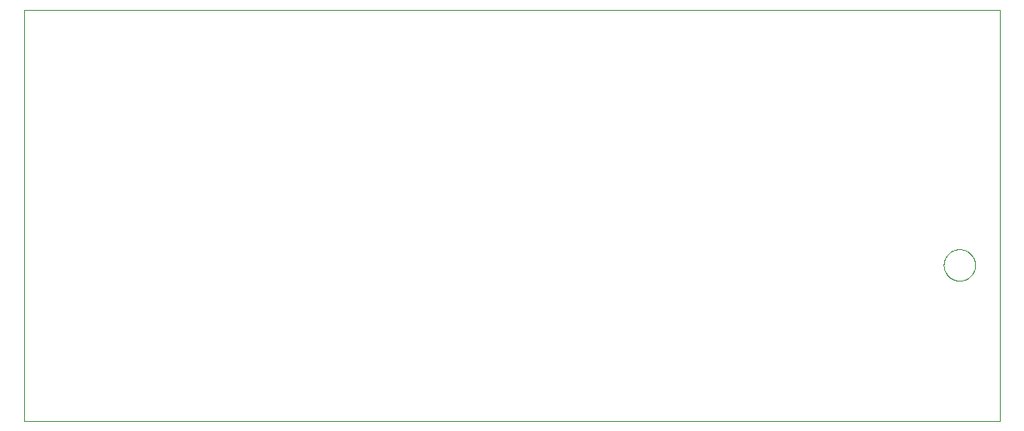
<source format=gbp>
G75*
%MOIN*%
%OFA0B0*%
%FSLAX25Y25*%
%IPPOS*%
%LPD*%
%AMOC8*
5,1,8,0,0,1.08239X$1,22.5*
%
%ADD10C,0.00000*%
D10*
X0001000Y0002875D02*
X0001000Y0167835D01*
X0392201Y0167835D01*
X0392201Y0002875D01*
X0001000Y0002875D01*
X0369701Y0065375D02*
X0369703Y0065533D01*
X0369709Y0065691D01*
X0369719Y0065849D01*
X0369733Y0066007D01*
X0369751Y0066164D01*
X0369772Y0066321D01*
X0369798Y0066477D01*
X0369828Y0066633D01*
X0369861Y0066788D01*
X0369899Y0066941D01*
X0369940Y0067094D01*
X0369985Y0067246D01*
X0370034Y0067397D01*
X0370087Y0067546D01*
X0370143Y0067694D01*
X0370203Y0067840D01*
X0370267Y0067985D01*
X0370335Y0068128D01*
X0370406Y0068270D01*
X0370480Y0068410D01*
X0370558Y0068547D01*
X0370640Y0068683D01*
X0370724Y0068817D01*
X0370813Y0068948D01*
X0370904Y0069077D01*
X0370999Y0069204D01*
X0371096Y0069329D01*
X0371197Y0069451D01*
X0371301Y0069570D01*
X0371408Y0069687D01*
X0371518Y0069801D01*
X0371631Y0069912D01*
X0371746Y0070021D01*
X0371864Y0070126D01*
X0371985Y0070228D01*
X0372108Y0070328D01*
X0372234Y0070424D01*
X0372362Y0070517D01*
X0372492Y0070607D01*
X0372625Y0070693D01*
X0372760Y0070777D01*
X0372896Y0070856D01*
X0373035Y0070933D01*
X0373176Y0071005D01*
X0373318Y0071075D01*
X0373462Y0071140D01*
X0373608Y0071202D01*
X0373755Y0071260D01*
X0373904Y0071315D01*
X0374054Y0071366D01*
X0374205Y0071413D01*
X0374357Y0071456D01*
X0374510Y0071495D01*
X0374665Y0071531D01*
X0374820Y0071562D01*
X0374976Y0071590D01*
X0375132Y0071614D01*
X0375289Y0071634D01*
X0375447Y0071650D01*
X0375604Y0071662D01*
X0375763Y0071670D01*
X0375921Y0071674D01*
X0376079Y0071674D01*
X0376237Y0071670D01*
X0376396Y0071662D01*
X0376553Y0071650D01*
X0376711Y0071634D01*
X0376868Y0071614D01*
X0377024Y0071590D01*
X0377180Y0071562D01*
X0377335Y0071531D01*
X0377490Y0071495D01*
X0377643Y0071456D01*
X0377795Y0071413D01*
X0377946Y0071366D01*
X0378096Y0071315D01*
X0378245Y0071260D01*
X0378392Y0071202D01*
X0378538Y0071140D01*
X0378682Y0071075D01*
X0378824Y0071005D01*
X0378965Y0070933D01*
X0379104Y0070856D01*
X0379240Y0070777D01*
X0379375Y0070693D01*
X0379508Y0070607D01*
X0379638Y0070517D01*
X0379766Y0070424D01*
X0379892Y0070328D01*
X0380015Y0070228D01*
X0380136Y0070126D01*
X0380254Y0070021D01*
X0380369Y0069912D01*
X0380482Y0069801D01*
X0380592Y0069687D01*
X0380699Y0069570D01*
X0380803Y0069451D01*
X0380904Y0069329D01*
X0381001Y0069204D01*
X0381096Y0069077D01*
X0381187Y0068948D01*
X0381276Y0068817D01*
X0381360Y0068683D01*
X0381442Y0068547D01*
X0381520Y0068410D01*
X0381594Y0068270D01*
X0381665Y0068128D01*
X0381733Y0067985D01*
X0381797Y0067840D01*
X0381857Y0067694D01*
X0381913Y0067546D01*
X0381966Y0067397D01*
X0382015Y0067246D01*
X0382060Y0067094D01*
X0382101Y0066941D01*
X0382139Y0066788D01*
X0382172Y0066633D01*
X0382202Y0066477D01*
X0382228Y0066321D01*
X0382249Y0066164D01*
X0382267Y0066007D01*
X0382281Y0065849D01*
X0382291Y0065691D01*
X0382297Y0065533D01*
X0382299Y0065375D01*
X0382297Y0065217D01*
X0382291Y0065059D01*
X0382281Y0064901D01*
X0382267Y0064743D01*
X0382249Y0064586D01*
X0382228Y0064429D01*
X0382202Y0064273D01*
X0382172Y0064117D01*
X0382139Y0063962D01*
X0382101Y0063809D01*
X0382060Y0063656D01*
X0382015Y0063504D01*
X0381966Y0063353D01*
X0381913Y0063204D01*
X0381857Y0063056D01*
X0381797Y0062910D01*
X0381733Y0062765D01*
X0381665Y0062622D01*
X0381594Y0062480D01*
X0381520Y0062340D01*
X0381442Y0062203D01*
X0381360Y0062067D01*
X0381276Y0061933D01*
X0381187Y0061802D01*
X0381096Y0061673D01*
X0381001Y0061546D01*
X0380904Y0061421D01*
X0380803Y0061299D01*
X0380699Y0061180D01*
X0380592Y0061063D01*
X0380482Y0060949D01*
X0380369Y0060838D01*
X0380254Y0060729D01*
X0380136Y0060624D01*
X0380015Y0060522D01*
X0379892Y0060422D01*
X0379766Y0060326D01*
X0379638Y0060233D01*
X0379508Y0060143D01*
X0379375Y0060057D01*
X0379240Y0059973D01*
X0379104Y0059894D01*
X0378965Y0059817D01*
X0378824Y0059745D01*
X0378682Y0059675D01*
X0378538Y0059610D01*
X0378392Y0059548D01*
X0378245Y0059490D01*
X0378096Y0059435D01*
X0377946Y0059384D01*
X0377795Y0059337D01*
X0377643Y0059294D01*
X0377490Y0059255D01*
X0377335Y0059219D01*
X0377180Y0059188D01*
X0377024Y0059160D01*
X0376868Y0059136D01*
X0376711Y0059116D01*
X0376553Y0059100D01*
X0376396Y0059088D01*
X0376237Y0059080D01*
X0376079Y0059076D01*
X0375921Y0059076D01*
X0375763Y0059080D01*
X0375604Y0059088D01*
X0375447Y0059100D01*
X0375289Y0059116D01*
X0375132Y0059136D01*
X0374976Y0059160D01*
X0374820Y0059188D01*
X0374665Y0059219D01*
X0374510Y0059255D01*
X0374357Y0059294D01*
X0374205Y0059337D01*
X0374054Y0059384D01*
X0373904Y0059435D01*
X0373755Y0059490D01*
X0373608Y0059548D01*
X0373462Y0059610D01*
X0373318Y0059675D01*
X0373176Y0059745D01*
X0373035Y0059817D01*
X0372896Y0059894D01*
X0372760Y0059973D01*
X0372625Y0060057D01*
X0372492Y0060143D01*
X0372362Y0060233D01*
X0372234Y0060326D01*
X0372108Y0060422D01*
X0371985Y0060522D01*
X0371864Y0060624D01*
X0371746Y0060729D01*
X0371631Y0060838D01*
X0371518Y0060949D01*
X0371408Y0061063D01*
X0371301Y0061180D01*
X0371197Y0061299D01*
X0371096Y0061421D01*
X0370999Y0061546D01*
X0370904Y0061673D01*
X0370813Y0061802D01*
X0370724Y0061933D01*
X0370640Y0062067D01*
X0370558Y0062203D01*
X0370480Y0062340D01*
X0370406Y0062480D01*
X0370335Y0062622D01*
X0370267Y0062765D01*
X0370203Y0062910D01*
X0370143Y0063056D01*
X0370087Y0063204D01*
X0370034Y0063353D01*
X0369985Y0063504D01*
X0369940Y0063656D01*
X0369899Y0063809D01*
X0369861Y0063962D01*
X0369828Y0064117D01*
X0369798Y0064273D01*
X0369772Y0064429D01*
X0369751Y0064586D01*
X0369733Y0064743D01*
X0369719Y0064901D01*
X0369709Y0065059D01*
X0369703Y0065217D01*
X0369701Y0065375D01*
M02*

</source>
